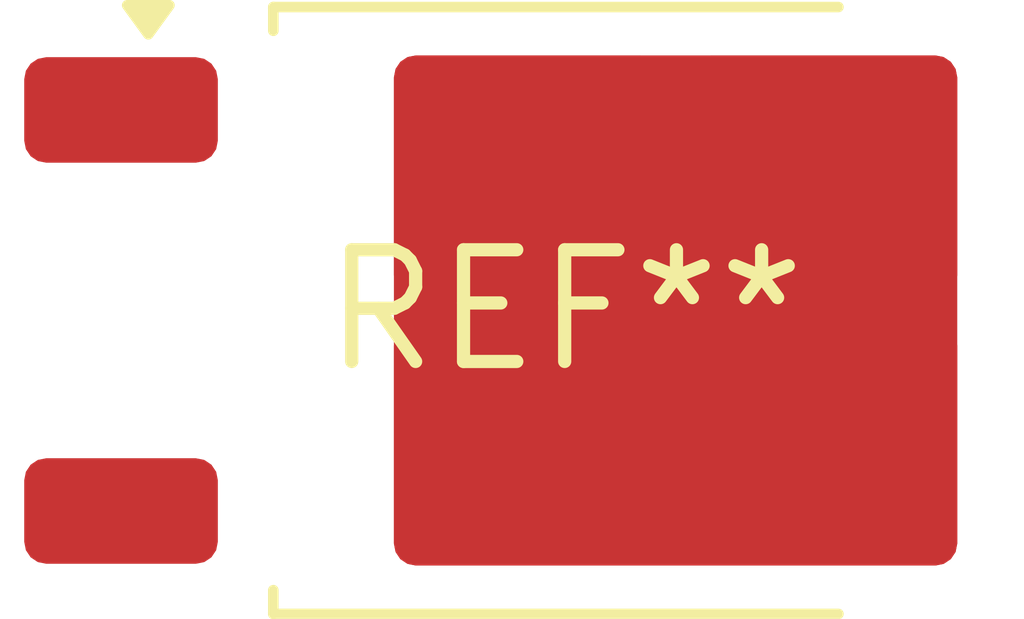
<source format=kicad_pcb>
(kicad_pcb (version 20240108) (generator pcbnew)
  (layers (0 "F.Cu" signal) (31 "B.Cu" signal) (34 "B.Paste" user) (35 "F.Paste" user) (36 "B.SilkS" user "B.Silkscreen") (37 "F.SilkS" user "F.Silkscreen") (38 "B.Mask" user) (39 "F.Mask" user) (44 "Edge.Cuts" user))
  (net 0 "")
  (footprint "TO-252-2" (layer "F.Cu") (at 0 0)
    (property "Reference" "REF**")
    (property "Value" "TO-252-2")
    (fp_line (start -3.31 -3.45) (end -3.31 -3.18) (layer "F.SilkS") (stroke (width 0.12)))
    (fp_line (start -3.31 3.45) (end -3.31 3.18) (layer "F.SilkS") (stroke (width 0.12)))
    (fp_line (start 3.11 -3.45) (end -3.31 -3.45) (layer "F.SilkS") (stroke (width 0.12)))
    (fp_line (start 3.11 3.45) (end -3.31 3.45) (layer "F.SilkS") (stroke (width 0.12)))
    (fp_poly (pts (xy -4.73 -3.14) (xy -4.97 -3.47) (xy -4.49 -3.47) (xy -4.73 -3.14)) (layer "F.SilkS") (stroke (width 0.12)) (fill solid))
    (pad "1" smd roundrect (at -5.04 -2.28) (size 2.2 1.2) (layers "F.Cu" "F.Paste" "F.Mask") (roundrect_rratio 0.208333))
    (pad "2" smd roundrect (at -0.415 -1.525) (size 3.05 2.75) (layers "F.Cu" "F.Paste") (roundrect_rratio 0.090909))
    (pad "2" smd roundrect (at -0.415 1.525) (size 3.05 2.75) (layers "F.Cu" "F.Paste") (roundrect_rratio 0.090909))
    (pad "2" smd roundrect (at 1.26 0) (size 6.4 5.8) (layers "F.Cu" "F.Mask") (roundrect_rratio 0.043103))
    (pad "2" smd roundrect (at 2.935 -1.525) (size 3.05 2.75) (layers "F.Cu" "F.Paste") (roundrect_rratio 0.090909))
    (pad "2" smd roundrect (at 2.935 1.525) (size 3.05 2.75) (layers "F.Cu" "F.Paste") (roundrect_rratio 0.090909))
    (pad "3" smd roundrect (at -5.04 2.28) (size 2.2 1.2) (layers "F.Cu" "F.Paste" "F.Mask") (roundrect_rratio 0.208333))
  )
)
</source>
